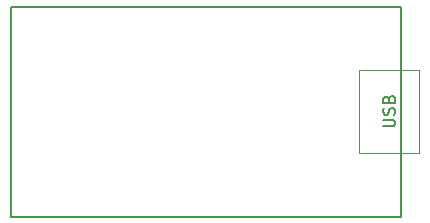
<source format=gbr>
%TF.GenerationSoftware,KiCad,Pcbnew,8.0.6*%
%TF.CreationDate,2024-12-01T20:43:42-07:00*%
%TF.ProjectId,newk-tabesque48,6e65776b-2d74-4616-9265-737175653438,rev?*%
%TF.SameCoordinates,Original*%
%TF.FileFunction,Other,Comment*%
%FSLAX46Y46*%
G04 Gerber Fmt 4.6, Leading zero omitted, Abs format (unit mm)*
G04 Created by KiCad (PCBNEW 8.0.6) date 2024-12-01 20:43:42*
%MOMM*%
%LPD*%
G01*
G04 APERTURE LIST*
%ADD10C,0.150000*%
%ADD11C,0.200000*%
%ADD12C,0.100000*%
G04 APERTURE END LIST*
D10*
X247951319Y-37742654D02*
X248760842Y-37742654D01*
X248760842Y-37742654D02*
X248856080Y-37695035D01*
X248856080Y-37695035D02*
X248903700Y-37647416D01*
X248903700Y-37647416D02*
X248951319Y-37552178D01*
X248951319Y-37552178D02*
X248951319Y-37361702D01*
X248951319Y-37361702D02*
X248903700Y-37266464D01*
X248903700Y-37266464D02*
X248856080Y-37218845D01*
X248856080Y-37218845D02*
X248760842Y-37171226D01*
X248760842Y-37171226D02*
X247951319Y-37171226D01*
X248903700Y-36742654D02*
X248951319Y-36599797D01*
X248951319Y-36599797D02*
X248951319Y-36361702D01*
X248951319Y-36361702D02*
X248903700Y-36266464D01*
X248903700Y-36266464D02*
X248856080Y-36218845D01*
X248856080Y-36218845D02*
X248760842Y-36171226D01*
X248760842Y-36171226D02*
X248665604Y-36171226D01*
X248665604Y-36171226D02*
X248570366Y-36218845D01*
X248570366Y-36218845D02*
X248522747Y-36266464D01*
X248522747Y-36266464D02*
X248475128Y-36361702D01*
X248475128Y-36361702D02*
X248427509Y-36552178D01*
X248427509Y-36552178D02*
X248379890Y-36647416D01*
X248379890Y-36647416D02*
X248332271Y-36695035D01*
X248332271Y-36695035D02*
X248237033Y-36742654D01*
X248237033Y-36742654D02*
X248141795Y-36742654D01*
X248141795Y-36742654D02*
X248046557Y-36695035D01*
X248046557Y-36695035D02*
X247998938Y-36647416D01*
X247998938Y-36647416D02*
X247951319Y-36552178D01*
X247951319Y-36552178D02*
X247951319Y-36314083D01*
X247951319Y-36314083D02*
X247998938Y-36171226D01*
X248427509Y-35409321D02*
X248475128Y-35266464D01*
X248475128Y-35266464D02*
X248522747Y-35218845D01*
X248522747Y-35218845D02*
X248617985Y-35171226D01*
X248617985Y-35171226D02*
X248760842Y-35171226D01*
X248760842Y-35171226D02*
X248856080Y-35218845D01*
X248856080Y-35218845D02*
X248903700Y-35266464D01*
X248903700Y-35266464D02*
X248951319Y-35361702D01*
X248951319Y-35361702D02*
X248951319Y-35742654D01*
X248951319Y-35742654D02*
X247951319Y-35742654D01*
X247951319Y-35742654D02*
X247951319Y-35409321D01*
X247951319Y-35409321D02*
X247998938Y-35314083D01*
X247998938Y-35314083D02*
X248046557Y-35266464D01*
X248046557Y-35266464D02*
X248141795Y-35218845D01*
X248141795Y-35218845D02*
X248237033Y-35218845D01*
X248237033Y-35218845D02*
X248332271Y-35266464D01*
X248332271Y-35266464D02*
X248379890Y-35314083D01*
X248379890Y-35314083D02*
X248427509Y-35409321D01*
X248427509Y-35409321D02*
X248427509Y-35742654D01*
%TO.C,U1*%
D11*
X249491500Y-45370750D02*
X216471500Y-45370750D01*
X216471500Y-27590750D01*
X249491500Y-27590750D01*
X249491500Y-45370750D01*
D12*
X251011500Y-32930750D02*
X245911500Y-32930750D01*
X245911500Y-40030750D01*
X251011500Y-40030750D01*
X251011500Y-32930750D01*
%TD*%
M02*

</source>
